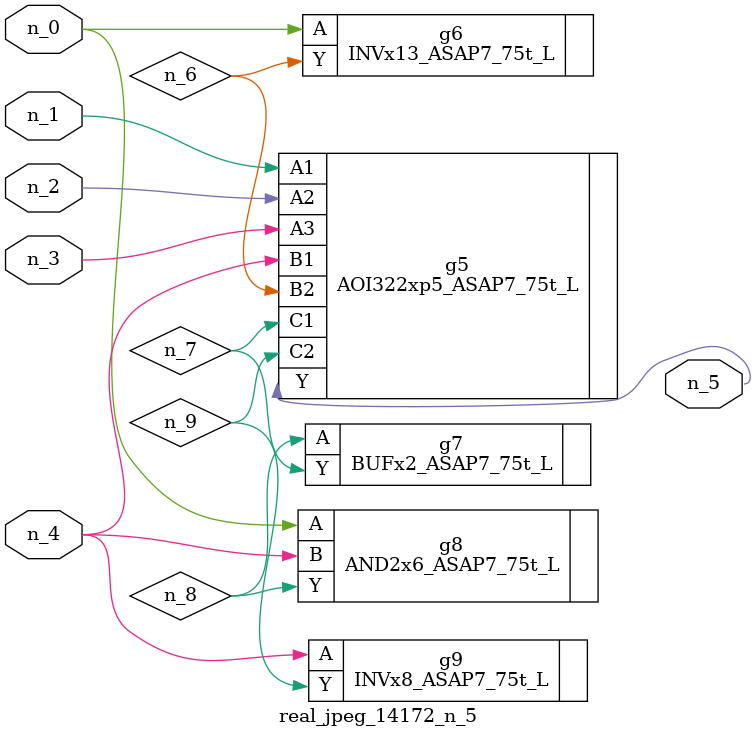
<source format=v>
module real_jpeg_14172_n_5 (n_4, n_0, n_1, n_2, n_3, n_5);

input n_4;
input n_0;
input n_1;
input n_2;
input n_3;

output n_5;

wire n_8;
wire n_6;
wire n_7;
wire n_9;

INVx13_ASAP7_75t_L g6 ( 
.A(n_0),
.Y(n_6)
);

AND2x6_ASAP7_75t_L g8 ( 
.A(n_0),
.B(n_4),
.Y(n_8)
);

AOI322xp5_ASAP7_75t_L g5 ( 
.A1(n_1),
.A2(n_2),
.A3(n_3),
.B1(n_4),
.B2(n_6),
.C1(n_7),
.C2(n_9),
.Y(n_5)
);

INVx8_ASAP7_75t_L g9 ( 
.A(n_4),
.Y(n_9)
);

BUFx2_ASAP7_75t_L g7 ( 
.A(n_8),
.Y(n_7)
);


endmodule
</source>
